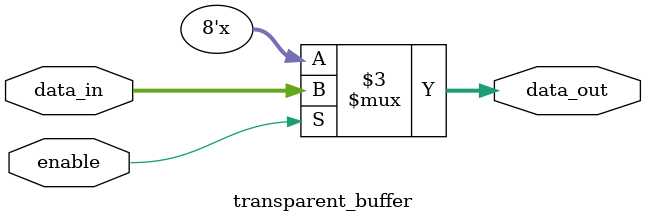
<source format=sv>
module transparent_buffer (
    input wire [7:0] data_in,
    input wire enable,
    output reg [7:0] data_out
);
    always @* begin
        if (enable)
            data_out = data_in;
    end
endmodule
</source>
